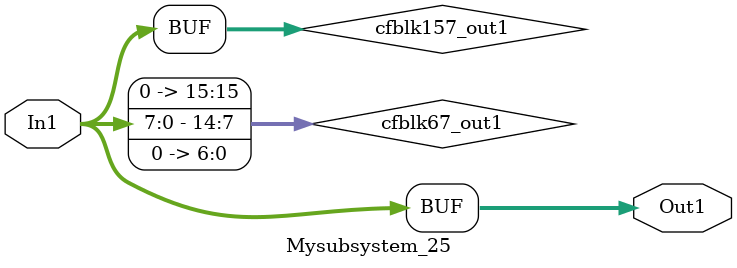
<source format=v>



`timescale 1 ns / 1 ns

module Mysubsystem_25
          (In1,
           Out1);


  input   [7:0] In1;  // uint8
  output  [7:0] Out1;  // uint8


  wire [15:0] cfblk67_out1;  // ufix16_En7
  wire [7:0] cfblk157_out1;  // uint8


  assign cfblk67_out1 = {1'b0, {In1, 7'b0000000}};



  assign cfblk157_out1 = cfblk67_out1[14:7];



  assign Out1 = cfblk157_out1;

endmodule  // Mysubsystem_25


</source>
